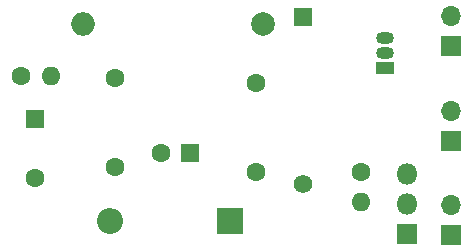
<source format=gbr>
%TF.GenerationSoftware,KiCad,Pcbnew,(6.0.0)*%
%TF.CreationDate,2022-02-19T14:37:59-08:00*%
%TF.ProjectId,RTCMemoryVoltageSourceAndBattery,5254434d-656d-46f7-9279-566f6c746167,rev?*%
%TF.SameCoordinates,Original*%
%TF.FileFunction,Soldermask,Bot*%
%TF.FilePolarity,Negative*%
%FSLAX46Y46*%
G04 Gerber Fmt 4.6, Leading zero omitted, Abs format (unit mm)*
G04 Created by KiCad (PCBNEW (6.0.0)) date 2022-02-19 14:37:59*
%MOMM*%
%LPD*%
G01*
G04 APERTURE LIST*
%ADD10R,1.700000X1.700000*%
%ADD11O,1.700000X1.700000*%
%ADD12R,1.500000X1.050000*%
%ADD13O,1.500000X1.050000*%
%ADD14R,2.200000X2.200000*%
%ADD15O,2.200000X2.200000*%
%ADD16R,1.800000X1.800000*%
%ADD17O,1.800000X1.800000*%
%ADD18R,1.600000X1.600000*%
%ADD19C,1.600000*%
%ADD20O,1.600000X1.600000*%
%ADD21C,2.000000*%
%ADD22O,2.000000X2.000000*%
%ADD23R,1.575000X1.575000*%
%ADD24C,1.575000*%
G04 APERTURE END LIST*
D10*
%TO.C,J3*%
X141706400Y-81854500D03*
D11*
X141706400Y-79314500D03*
%TD*%
D10*
%TO.C,J1*%
X141706400Y-97848800D03*
D11*
X141706400Y-95308800D03*
%TD*%
D12*
%TO.C,Q2*%
X136104200Y-83760100D03*
D13*
X136104200Y-82490100D03*
X136104200Y-81220100D03*
%TD*%
D14*
%TO.C,D2*%
X122961900Y-96734700D03*
D15*
X112801900Y-96734700D03*
%TD*%
D16*
%TO.C,Q1*%
X137934200Y-97831900D03*
D17*
X137934200Y-95291900D03*
X137934200Y-92751900D03*
%TD*%
D18*
%TO.C,C4*%
X106466300Y-88076400D03*
D19*
X106466300Y-93076400D03*
%TD*%
%TO.C,R1*%
X134075000Y-92552000D03*
D20*
X134075000Y-95092000D03*
%TD*%
D19*
%TO.C,R2*%
X105259100Y-84380500D03*
D20*
X107799100Y-84380500D03*
%TD*%
D18*
%TO.C,C3*%
X119621500Y-90900100D03*
D19*
X117121500Y-90900100D03*
%TD*%
D10*
%TO.C,J2*%
X141706400Y-89931100D03*
D11*
X141706400Y-87391100D03*
%TD*%
D21*
%TO.C,L1*%
X125753300Y-80050000D03*
D22*
X110513300Y-80050000D03*
%TD*%
D23*
%TO.C,D1*%
X129190900Y-79439400D03*
D24*
X129190900Y-93539400D03*
%TD*%
D19*
%TO.C,C2*%
X125211500Y-85019000D03*
X125211500Y-92519000D03*
%TD*%
%TO.C,C1*%
X113204800Y-84633000D03*
X113204800Y-92133000D03*
%TD*%
M02*

</source>
